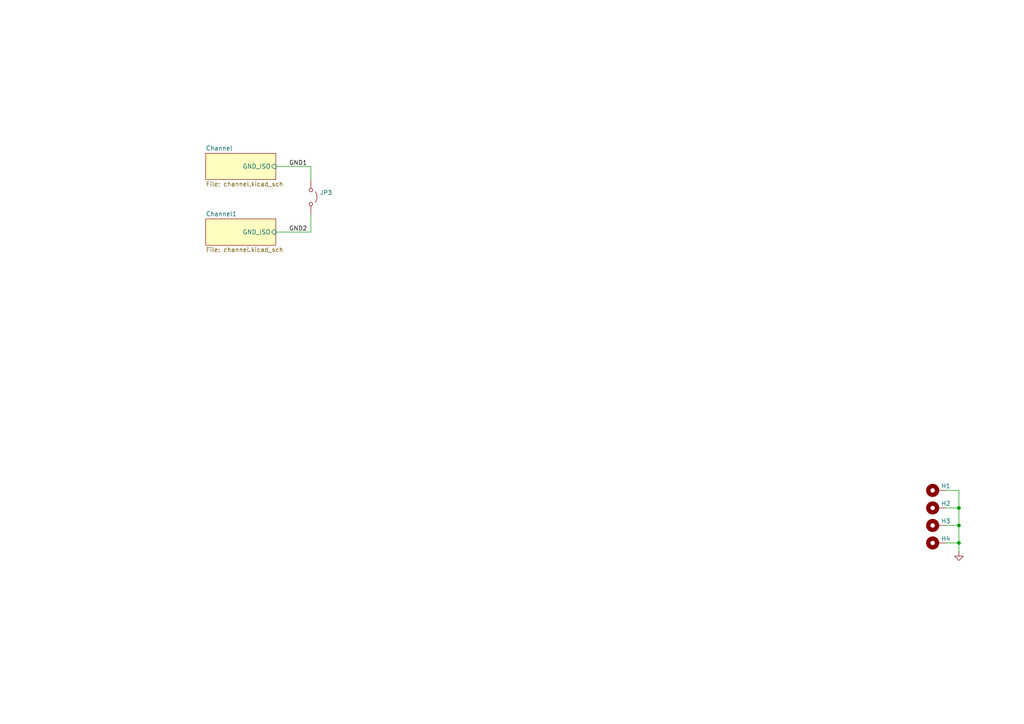
<source format=kicad_sch>
(kicad_sch (version 20250114) (generator "eeschema") (generator_version "9.0")
  (paper "A4")
  (lib_symbols
    (symbol "Jumper:Jumper_2_Open" (pin_numbers (hide yes)) (pin_names (offset 0) (hide yes))
      (property "Reference" "JP" (at 0 2.794 0))
      (property "Value" "Jumper_2_Open" (at 0 -2.286 0))
      (symbol "Jumper_2_Open_0_0"
        (circle (center -2.032 0) (radius 0.508))
        (circle (center 2.032 0) (radius 0.508))
      )
      (symbol "Jumper_2_Open_0_1"
        (arc (start -1.524 1.27) (mid 0 1.778) (end 1.524 1.27))
      )
      (symbol "Jumper_2_Open_1_1"
        (pin passive line (at -5.08 0 0) (length 2.54) (name "A") (number "1"))
        (pin passive line (at 5.08 0 180) (length 2.54) (name "B") (number "2"))
      )
    )
    (symbol "Mechanical:MountingHole_Pad" (pin_numbers (hide yes)) (pin_names (offset 1.016) (hide yes)) (exclude_from_sim yes) (in_bom no)
      (property "Reference" "H" (at 0 6.35 0))
      (property "Value" "MountingHole_Pad" (at 0 4.445 0))
      (symbol "MountingHole_Pad_0_1"
        (circle (center 0 1.27) (radius 1.27) (stroke (width 1.27)))
      )
      (symbol "MountingHole_Pad_1_1"
        (pin input line (at 0 -2.54 90) (length 2.54) (name "1") (number "1"))
      )
    )
    (symbol "power:GND" (power) (pin_numbers (hide yes)) (pin_names (offset 0) (hide yes))
      (property "Value" "GND" (at 0 -3.81 0))
      (symbol "GND_0_1"
        (polyline (pts (xy 0 0) (xy 0 -1.27) (xy 1.27 -1.27) (xy 0 -2.54) (xy -1.27 -1.27) (xy 0 -1.27)))
      )
      (symbol "GND_1_1"
        (pin power_in line (at 0 0 270) (length 0) (name "~") (number "1"))
      )
    )
  )
  (junction (at 278.13 157.48))
  (junction (at 278.13 147.32))
  (junction (at 278.13 152.4))
  (wire (pts (xy 278.13 147.32) (xy 278.13 152.4)))
  (wire (pts (xy 278.13 152.4) (xy 278.13 157.48)))
  (wire (pts (xy 80.01 67.31) (xy 90.17 67.31)))
  (wire (pts (xy 274.32 142.24) (xy 278.13 142.24)))
  (wire (pts (xy 80.01 48.26) (xy 90.17 48.26)))
  (wire (pts (xy 90.17 48.26) (xy 90.17 52.07)))
  (wire (pts (xy 278.13 157.48) (xy 278.13 160.02)))
  (wire (pts (xy 278.13 142.24) (xy 278.13 147.32)))
  (wire (pts (xy 274.32 152.4) (xy 278.13 152.4)))
  (wire (pts (xy 90.17 67.31) (xy 90.17 62.23)))
  (wire (pts (xy 274.32 147.32) (xy 278.13 147.32)))
  (wire (pts (xy 274.32 157.48) (xy 278.13 157.48)))
  (label "GND2" (at 83.82 67.31 0))
  (label "GND1" (at 83.82 48.26 0))
  (symbol (lib_id "Mechanical:MountingHole_Pad") (at 271.78 157.48 90) (unit 1) (exclude_from_sim yes) (in_bom no)
    (property "Reference" "H4" (at 274.32 156.21 90))
    (property "Value" "MountingHole_Pad" (effects (hide yes)))
    (property "Footprint" "MountingHole:MountingHole_3.2mm_M3_Pad_Via" (effects (hide yes)))
    (property "Description" "Mounting Hole with connection" (effects (hide yes)))
  )
  (symbol (lib_id "Mechanical:MountingHole_Pad") (at 271.78 147.32 90) (unit 1) (exclude_from_sim yes) (in_bom no)
    (property "Reference" "H2" (at 274.32 146.05 90))
    (property "Value" "MountingHole_Pad" (effects (hide yes)))
    (property "Footprint" "MountingHole:MountingHole_3.2mm_M3_Pad_Via" (effects (hide yes)))
    (property "Description" "Mounting Hole with connection" (effects (hide yes)))
  )
  (symbol (lib_id "Jumper:Jumper_2_Open") (at 90.17 57.15 270) (unit 1)
    (property "Reference" "JP3" (at 92.71 55.8799 90) (effects (justify left)))
    (property "Value" "Jumper_2_Open" (effects (hide yes)))
    (property "Footprint" "Connector_PinHeader_2.54mm:PinHeader_1x02_P2.54mm_Vertical" (effects (hide yes)))
    (property "Description" "Jumper, 2-pole, open" (effects (hide yes)))
  )
  (symbol (lib_id "Mechanical:MountingHole_Pad") (at 271.78 152.4 90) (unit 1) (exclude_from_sim yes) (in_bom no)
    (property "Reference" "H3" (at 274.32 151.13 90))
    (property "Value" "MountingHole_Pad" (effects (hide yes)))
    (property "Footprint" "MountingHole:MountingHole_3.2mm_M3_Pad_Via" (effects (hide yes)))
    (property "Description" "Mounting Hole with connection" (effects (hide yes)))
  )
  (symbol (lib_id "Mechanical:MountingHole_Pad") (at 271.78 142.24 90) (unit 1) (exclude_from_sim yes) (in_bom no)
    (property "Reference" "H1" (at 274.32 140.97 90))
    (property "Value" "MountingHole_Pad" (effects (hide yes)))
    (property "Footprint" "MountingHole:MountingHole_3.2mm_M3_Pad_Via" (effects (hide yes)))
    (property "Description" "Mounting Hole with connection" (effects (hide yes)))
  )
  (symbol (lib_id "power:GND") (at 278.13 160.02 0) (unit 1)
    (property "Reference" "#PWR01" (effects (hide yes)))
    (property "Value" "GND" (effects (hide yes)))
    (property "Description" "Power symbol creates a global label with name \"GND\" , ground" (effects (hide yes)))
  )
  (sheet (at 59.69 44.45) (size 20.32 7.62) (stroke (width 0.1524)) (fill (color 255 255 194 1.0000))
    (property "Sheetname" "Channel" (at 59.69 43.7384 0) (effects (justify left bottom)))
    (property "Sheetfile" "channel.kicad_sch" (at 59.69 52.6546 0) (effects (justify left top)))
    (pin "GND_ISO" input (at 80.01 48.26 0))
  )
  (sheet (at 59.69 63.5) (size 20.32 7.62) (stroke (width 0.1524)) (fill (color 255 255 194 1.0000))
    (property "Sheetname" "Channel1" (at 59.69 62.7884 0) (effects (justify left bottom)))
    (property "Sheetfile" "channel.kicad_sch" (at 59.69 71.7046 0) (effects (justify left top)))
    (pin "GND_ISO" input (at 80.01 67.31 0))
  )
)
</source>
